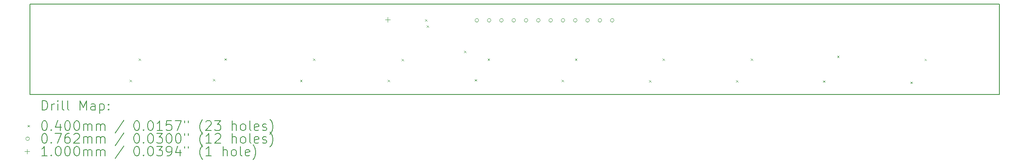
<source format=gbr>
%TF.GenerationSoftware,KiCad,Pcbnew,7.0.10*%
%TF.CreationDate,2024-03-07T18:10:20-07:00*%
%TF.ProjectId,Hall_effect_sensors,48616c6c-5f65-4666-9665-63745f73656e,rev?*%
%TF.SameCoordinates,Original*%
%TF.FileFunction,Drillmap*%
%TF.FilePolarity,Positive*%
%FSLAX45Y45*%
G04 Gerber Fmt 4.5, Leading zero omitted, Abs format (unit mm)*
G04 Created by KiCad (PCBNEW 7.0.10) date 2024-03-07 18:10:20*
%MOMM*%
%LPD*%
G01*
G04 APERTURE LIST*
%ADD10C,0.200000*%
%ADD11C,0.100000*%
G04 APERTURE END LIST*
D10*
X3980000Y-7560000D02*
X23982540Y-7560000D01*
X23982540Y-9431000D01*
X3980000Y-9431000D01*
X3980000Y-7560000D01*
D11*
X6038000Y-9126000D02*
X6078000Y-9166000D01*
X6078000Y-9126000D02*
X6038000Y-9166000D01*
X6227000Y-8684000D02*
X6267000Y-8724000D01*
X6267000Y-8684000D02*
X6227000Y-8724000D01*
X7757000Y-9110000D02*
X7797000Y-9150000D01*
X7797000Y-9110000D02*
X7757000Y-9150000D01*
X7992347Y-8679035D02*
X8032347Y-8719035D01*
X8032347Y-8679035D02*
X7992347Y-8719035D01*
X9557000Y-9123000D02*
X9597000Y-9163000D01*
X9597000Y-9123000D02*
X9557000Y-9163000D01*
X9825000Y-8684000D02*
X9865000Y-8724000D01*
X9865000Y-8684000D02*
X9825000Y-8724000D01*
X11361000Y-9126000D02*
X11401000Y-9166000D01*
X11401000Y-9126000D02*
X11361000Y-9166000D01*
X11652000Y-8691000D02*
X11692000Y-8731000D01*
X11692000Y-8691000D02*
X11652000Y-8731000D01*
X12133000Y-7872000D02*
X12173000Y-7912000D01*
X12173000Y-7872000D02*
X12133000Y-7912000D01*
X12171000Y-7997000D02*
X12211000Y-8037000D01*
X12211000Y-7997000D02*
X12171000Y-8037000D01*
X12938000Y-8526000D02*
X12978000Y-8566000D01*
X12978000Y-8526000D02*
X12938000Y-8566000D01*
X13157000Y-9111000D02*
X13197000Y-9151000D01*
X13197000Y-9111000D02*
X13157000Y-9151000D01*
X13426000Y-8682000D02*
X13466000Y-8722000D01*
X13466000Y-8682000D02*
X13426000Y-8722000D01*
X14956000Y-9125000D02*
X14996000Y-9165000D01*
X14996000Y-9125000D02*
X14956000Y-9165000D01*
X15230000Y-8686000D02*
X15270000Y-8726000D01*
X15270000Y-8686000D02*
X15230000Y-8726000D01*
X16756000Y-9131000D02*
X16796000Y-9171000D01*
X16796000Y-9131000D02*
X16756000Y-9171000D01*
X17036000Y-8686000D02*
X17076000Y-8726000D01*
X17076000Y-8686000D02*
X17036000Y-8726000D01*
X18554000Y-9133000D02*
X18594000Y-9173000D01*
X18594000Y-9133000D02*
X18554000Y-9173000D01*
X18858000Y-8682000D02*
X18898000Y-8722000D01*
X18898000Y-8682000D02*
X18858000Y-8722000D01*
X20348000Y-9137000D02*
X20388000Y-9177000D01*
X20388000Y-9137000D02*
X20348000Y-9177000D01*
X20638000Y-8626000D02*
X20678000Y-8666000D01*
X20678000Y-8626000D02*
X20638000Y-8666000D01*
X22152000Y-9162000D02*
X22192000Y-9202000D01*
X22192000Y-9162000D02*
X22152000Y-9202000D01*
X22443000Y-8688000D02*
X22483000Y-8728000D01*
X22483000Y-8688000D02*
X22443000Y-8728000D01*
X13240100Y-7893000D02*
G75*
G03*
X13163900Y-7893000I-38100J0D01*
G01*
X13163900Y-7893000D02*
G75*
G03*
X13240100Y-7893000I38100J0D01*
G01*
X13494100Y-7893000D02*
G75*
G03*
X13417900Y-7893000I-38100J0D01*
G01*
X13417900Y-7893000D02*
G75*
G03*
X13494100Y-7893000I38100J0D01*
G01*
X13748100Y-7893000D02*
G75*
G03*
X13671900Y-7893000I-38100J0D01*
G01*
X13671900Y-7893000D02*
G75*
G03*
X13748100Y-7893000I38100J0D01*
G01*
X14002100Y-7893000D02*
G75*
G03*
X13925900Y-7893000I-38100J0D01*
G01*
X13925900Y-7893000D02*
G75*
G03*
X14002100Y-7893000I38100J0D01*
G01*
X14256100Y-7893000D02*
G75*
G03*
X14179900Y-7893000I-38100J0D01*
G01*
X14179900Y-7893000D02*
G75*
G03*
X14256100Y-7893000I38100J0D01*
G01*
X14510100Y-7893000D02*
G75*
G03*
X14433900Y-7893000I-38100J0D01*
G01*
X14433900Y-7893000D02*
G75*
G03*
X14510100Y-7893000I38100J0D01*
G01*
X14764100Y-7893000D02*
G75*
G03*
X14687900Y-7893000I-38100J0D01*
G01*
X14687900Y-7893000D02*
G75*
G03*
X14764100Y-7893000I38100J0D01*
G01*
X15018100Y-7893000D02*
G75*
G03*
X14941900Y-7893000I-38100J0D01*
G01*
X14941900Y-7893000D02*
G75*
G03*
X15018100Y-7893000I38100J0D01*
G01*
X15272100Y-7893000D02*
G75*
G03*
X15195900Y-7893000I-38100J0D01*
G01*
X15195900Y-7893000D02*
G75*
G03*
X15272100Y-7893000I38100J0D01*
G01*
X15526100Y-7893000D02*
G75*
G03*
X15449900Y-7893000I-38100J0D01*
G01*
X15449900Y-7893000D02*
G75*
G03*
X15526100Y-7893000I38100J0D01*
G01*
X15780100Y-7893000D02*
G75*
G03*
X15703900Y-7893000I-38100J0D01*
G01*
X15703900Y-7893000D02*
G75*
G03*
X15780100Y-7893000I38100J0D01*
G01*
X16034100Y-7893000D02*
G75*
G03*
X15957900Y-7893000I-38100J0D01*
G01*
X15957900Y-7893000D02*
G75*
G03*
X16034100Y-7893000I38100J0D01*
G01*
X11366000Y-7827000D02*
X11366000Y-7927000D01*
X11316000Y-7877000D02*
X11416000Y-7877000D01*
D10*
X4230777Y-9752484D02*
X4230777Y-9552484D01*
X4230777Y-9552484D02*
X4278396Y-9552484D01*
X4278396Y-9552484D02*
X4306967Y-9562008D01*
X4306967Y-9562008D02*
X4326015Y-9581055D01*
X4326015Y-9581055D02*
X4335539Y-9600103D01*
X4335539Y-9600103D02*
X4345063Y-9638198D01*
X4345063Y-9638198D02*
X4345063Y-9666770D01*
X4345063Y-9666770D02*
X4335539Y-9704865D01*
X4335539Y-9704865D02*
X4326015Y-9723912D01*
X4326015Y-9723912D02*
X4306967Y-9742960D01*
X4306967Y-9742960D02*
X4278396Y-9752484D01*
X4278396Y-9752484D02*
X4230777Y-9752484D01*
X4430777Y-9752484D02*
X4430777Y-9619150D01*
X4430777Y-9657246D02*
X4440301Y-9638198D01*
X4440301Y-9638198D02*
X4449824Y-9628674D01*
X4449824Y-9628674D02*
X4468872Y-9619150D01*
X4468872Y-9619150D02*
X4487920Y-9619150D01*
X4554586Y-9752484D02*
X4554586Y-9619150D01*
X4554586Y-9552484D02*
X4545063Y-9562008D01*
X4545063Y-9562008D02*
X4554586Y-9571531D01*
X4554586Y-9571531D02*
X4564110Y-9562008D01*
X4564110Y-9562008D02*
X4554586Y-9552484D01*
X4554586Y-9552484D02*
X4554586Y-9571531D01*
X4678396Y-9752484D02*
X4659348Y-9742960D01*
X4659348Y-9742960D02*
X4649824Y-9723912D01*
X4649824Y-9723912D02*
X4649824Y-9552484D01*
X4783158Y-9752484D02*
X4764110Y-9742960D01*
X4764110Y-9742960D02*
X4754586Y-9723912D01*
X4754586Y-9723912D02*
X4754586Y-9552484D01*
X5011729Y-9752484D02*
X5011729Y-9552484D01*
X5011729Y-9552484D02*
X5078396Y-9695341D01*
X5078396Y-9695341D02*
X5145063Y-9552484D01*
X5145063Y-9552484D02*
X5145063Y-9752484D01*
X5326015Y-9752484D02*
X5326015Y-9647722D01*
X5326015Y-9647722D02*
X5316491Y-9628674D01*
X5316491Y-9628674D02*
X5297444Y-9619150D01*
X5297444Y-9619150D02*
X5259348Y-9619150D01*
X5259348Y-9619150D02*
X5240301Y-9628674D01*
X5326015Y-9742960D02*
X5306967Y-9752484D01*
X5306967Y-9752484D02*
X5259348Y-9752484D01*
X5259348Y-9752484D02*
X5240301Y-9742960D01*
X5240301Y-9742960D02*
X5230777Y-9723912D01*
X5230777Y-9723912D02*
X5230777Y-9704865D01*
X5230777Y-9704865D02*
X5240301Y-9685817D01*
X5240301Y-9685817D02*
X5259348Y-9676293D01*
X5259348Y-9676293D02*
X5306967Y-9676293D01*
X5306967Y-9676293D02*
X5326015Y-9666770D01*
X5421253Y-9619150D02*
X5421253Y-9819150D01*
X5421253Y-9628674D02*
X5440301Y-9619150D01*
X5440301Y-9619150D02*
X5478396Y-9619150D01*
X5478396Y-9619150D02*
X5497444Y-9628674D01*
X5497444Y-9628674D02*
X5506967Y-9638198D01*
X5506967Y-9638198D02*
X5516491Y-9657246D01*
X5516491Y-9657246D02*
X5516491Y-9714389D01*
X5516491Y-9714389D02*
X5506967Y-9733436D01*
X5506967Y-9733436D02*
X5497444Y-9742960D01*
X5497444Y-9742960D02*
X5478396Y-9752484D01*
X5478396Y-9752484D02*
X5440301Y-9752484D01*
X5440301Y-9752484D02*
X5421253Y-9742960D01*
X5602205Y-9733436D02*
X5611729Y-9742960D01*
X5611729Y-9742960D02*
X5602205Y-9752484D01*
X5602205Y-9752484D02*
X5592682Y-9742960D01*
X5592682Y-9742960D02*
X5602205Y-9733436D01*
X5602205Y-9733436D02*
X5602205Y-9752484D01*
X5602205Y-9628674D02*
X5611729Y-9638198D01*
X5611729Y-9638198D02*
X5602205Y-9647722D01*
X5602205Y-9647722D02*
X5592682Y-9638198D01*
X5592682Y-9638198D02*
X5602205Y-9628674D01*
X5602205Y-9628674D02*
X5602205Y-9647722D01*
D11*
X3930000Y-10061000D02*
X3970000Y-10101000D01*
X3970000Y-10061000D02*
X3930000Y-10101000D01*
D10*
X4268872Y-9972484D02*
X4287920Y-9972484D01*
X4287920Y-9972484D02*
X4306967Y-9982008D01*
X4306967Y-9982008D02*
X4316491Y-9991531D01*
X4316491Y-9991531D02*
X4326015Y-10010579D01*
X4326015Y-10010579D02*
X4335539Y-10048674D01*
X4335539Y-10048674D02*
X4335539Y-10096293D01*
X4335539Y-10096293D02*
X4326015Y-10134389D01*
X4326015Y-10134389D02*
X4316491Y-10153436D01*
X4316491Y-10153436D02*
X4306967Y-10162960D01*
X4306967Y-10162960D02*
X4287920Y-10172484D01*
X4287920Y-10172484D02*
X4268872Y-10172484D01*
X4268872Y-10172484D02*
X4249824Y-10162960D01*
X4249824Y-10162960D02*
X4240301Y-10153436D01*
X4240301Y-10153436D02*
X4230777Y-10134389D01*
X4230777Y-10134389D02*
X4221253Y-10096293D01*
X4221253Y-10096293D02*
X4221253Y-10048674D01*
X4221253Y-10048674D02*
X4230777Y-10010579D01*
X4230777Y-10010579D02*
X4240301Y-9991531D01*
X4240301Y-9991531D02*
X4249824Y-9982008D01*
X4249824Y-9982008D02*
X4268872Y-9972484D01*
X4421253Y-10153436D02*
X4430777Y-10162960D01*
X4430777Y-10162960D02*
X4421253Y-10172484D01*
X4421253Y-10172484D02*
X4411729Y-10162960D01*
X4411729Y-10162960D02*
X4421253Y-10153436D01*
X4421253Y-10153436D02*
X4421253Y-10172484D01*
X4602205Y-10039150D02*
X4602205Y-10172484D01*
X4554586Y-9962960D02*
X4506967Y-10105817D01*
X4506967Y-10105817D02*
X4630777Y-10105817D01*
X4745063Y-9972484D02*
X4764110Y-9972484D01*
X4764110Y-9972484D02*
X4783158Y-9982008D01*
X4783158Y-9982008D02*
X4792682Y-9991531D01*
X4792682Y-9991531D02*
X4802205Y-10010579D01*
X4802205Y-10010579D02*
X4811729Y-10048674D01*
X4811729Y-10048674D02*
X4811729Y-10096293D01*
X4811729Y-10096293D02*
X4802205Y-10134389D01*
X4802205Y-10134389D02*
X4792682Y-10153436D01*
X4792682Y-10153436D02*
X4783158Y-10162960D01*
X4783158Y-10162960D02*
X4764110Y-10172484D01*
X4764110Y-10172484D02*
X4745063Y-10172484D01*
X4745063Y-10172484D02*
X4726015Y-10162960D01*
X4726015Y-10162960D02*
X4716491Y-10153436D01*
X4716491Y-10153436D02*
X4706967Y-10134389D01*
X4706967Y-10134389D02*
X4697444Y-10096293D01*
X4697444Y-10096293D02*
X4697444Y-10048674D01*
X4697444Y-10048674D02*
X4706967Y-10010579D01*
X4706967Y-10010579D02*
X4716491Y-9991531D01*
X4716491Y-9991531D02*
X4726015Y-9982008D01*
X4726015Y-9982008D02*
X4745063Y-9972484D01*
X4935539Y-9972484D02*
X4954586Y-9972484D01*
X4954586Y-9972484D02*
X4973634Y-9982008D01*
X4973634Y-9982008D02*
X4983158Y-9991531D01*
X4983158Y-9991531D02*
X4992682Y-10010579D01*
X4992682Y-10010579D02*
X5002205Y-10048674D01*
X5002205Y-10048674D02*
X5002205Y-10096293D01*
X5002205Y-10096293D02*
X4992682Y-10134389D01*
X4992682Y-10134389D02*
X4983158Y-10153436D01*
X4983158Y-10153436D02*
X4973634Y-10162960D01*
X4973634Y-10162960D02*
X4954586Y-10172484D01*
X4954586Y-10172484D02*
X4935539Y-10172484D01*
X4935539Y-10172484D02*
X4916491Y-10162960D01*
X4916491Y-10162960D02*
X4906967Y-10153436D01*
X4906967Y-10153436D02*
X4897444Y-10134389D01*
X4897444Y-10134389D02*
X4887920Y-10096293D01*
X4887920Y-10096293D02*
X4887920Y-10048674D01*
X4887920Y-10048674D02*
X4897444Y-10010579D01*
X4897444Y-10010579D02*
X4906967Y-9991531D01*
X4906967Y-9991531D02*
X4916491Y-9982008D01*
X4916491Y-9982008D02*
X4935539Y-9972484D01*
X5087920Y-10172484D02*
X5087920Y-10039150D01*
X5087920Y-10058198D02*
X5097444Y-10048674D01*
X5097444Y-10048674D02*
X5116491Y-10039150D01*
X5116491Y-10039150D02*
X5145063Y-10039150D01*
X5145063Y-10039150D02*
X5164110Y-10048674D01*
X5164110Y-10048674D02*
X5173634Y-10067722D01*
X5173634Y-10067722D02*
X5173634Y-10172484D01*
X5173634Y-10067722D02*
X5183158Y-10048674D01*
X5183158Y-10048674D02*
X5202205Y-10039150D01*
X5202205Y-10039150D02*
X5230777Y-10039150D01*
X5230777Y-10039150D02*
X5249825Y-10048674D01*
X5249825Y-10048674D02*
X5259348Y-10067722D01*
X5259348Y-10067722D02*
X5259348Y-10172484D01*
X5354586Y-10172484D02*
X5354586Y-10039150D01*
X5354586Y-10058198D02*
X5364110Y-10048674D01*
X5364110Y-10048674D02*
X5383158Y-10039150D01*
X5383158Y-10039150D02*
X5411729Y-10039150D01*
X5411729Y-10039150D02*
X5430777Y-10048674D01*
X5430777Y-10048674D02*
X5440301Y-10067722D01*
X5440301Y-10067722D02*
X5440301Y-10172484D01*
X5440301Y-10067722D02*
X5449825Y-10048674D01*
X5449825Y-10048674D02*
X5468872Y-10039150D01*
X5468872Y-10039150D02*
X5497444Y-10039150D01*
X5497444Y-10039150D02*
X5516491Y-10048674D01*
X5516491Y-10048674D02*
X5526015Y-10067722D01*
X5526015Y-10067722D02*
X5526015Y-10172484D01*
X5916491Y-9962960D02*
X5745063Y-10220103D01*
X6173634Y-9972484D02*
X6192682Y-9972484D01*
X6192682Y-9972484D02*
X6211729Y-9982008D01*
X6211729Y-9982008D02*
X6221253Y-9991531D01*
X6221253Y-9991531D02*
X6230777Y-10010579D01*
X6230777Y-10010579D02*
X6240301Y-10048674D01*
X6240301Y-10048674D02*
X6240301Y-10096293D01*
X6240301Y-10096293D02*
X6230777Y-10134389D01*
X6230777Y-10134389D02*
X6221253Y-10153436D01*
X6221253Y-10153436D02*
X6211729Y-10162960D01*
X6211729Y-10162960D02*
X6192682Y-10172484D01*
X6192682Y-10172484D02*
X6173634Y-10172484D01*
X6173634Y-10172484D02*
X6154586Y-10162960D01*
X6154586Y-10162960D02*
X6145063Y-10153436D01*
X6145063Y-10153436D02*
X6135539Y-10134389D01*
X6135539Y-10134389D02*
X6126015Y-10096293D01*
X6126015Y-10096293D02*
X6126015Y-10048674D01*
X6126015Y-10048674D02*
X6135539Y-10010579D01*
X6135539Y-10010579D02*
X6145063Y-9991531D01*
X6145063Y-9991531D02*
X6154586Y-9982008D01*
X6154586Y-9982008D02*
X6173634Y-9972484D01*
X6326015Y-10153436D02*
X6335539Y-10162960D01*
X6335539Y-10162960D02*
X6326015Y-10172484D01*
X6326015Y-10172484D02*
X6316491Y-10162960D01*
X6316491Y-10162960D02*
X6326015Y-10153436D01*
X6326015Y-10153436D02*
X6326015Y-10172484D01*
X6459348Y-9972484D02*
X6478396Y-9972484D01*
X6478396Y-9972484D02*
X6497444Y-9982008D01*
X6497444Y-9982008D02*
X6506967Y-9991531D01*
X6506967Y-9991531D02*
X6516491Y-10010579D01*
X6516491Y-10010579D02*
X6526015Y-10048674D01*
X6526015Y-10048674D02*
X6526015Y-10096293D01*
X6526015Y-10096293D02*
X6516491Y-10134389D01*
X6516491Y-10134389D02*
X6506967Y-10153436D01*
X6506967Y-10153436D02*
X6497444Y-10162960D01*
X6497444Y-10162960D02*
X6478396Y-10172484D01*
X6478396Y-10172484D02*
X6459348Y-10172484D01*
X6459348Y-10172484D02*
X6440301Y-10162960D01*
X6440301Y-10162960D02*
X6430777Y-10153436D01*
X6430777Y-10153436D02*
X6421253Y-10134389D01*
X6421253Y-10134389D02*
X6411729Y-10096293D01*
X6411729Y-10096293D02*
X6411729Y-10048674D01*
X6411729Y-10048674D02*
X6421253Y-10010579D01*
X6421253Y-10010579D02*
X6430777Y-9991531D01*
X6430777Y-9991531D02*
X6440301Y-9982008D01*
X6440301Y-9982008D02*
X6459348Y-9972484D01*
X6716491Y-10172484D02*
X6602206Y-10172484D01*
X6659348Y-10172484D02*
X6659348Y-9972484D01*
X6659348Y-9972484D02*
X6640301Y-10001055D01*
X6640301Y-10001055D02*
X6621253Y-10020103D01*
X6621253Y-10020103D02*
X6602206Y-10029627D01*
X6897444Y-9972484D02*
X6802206Y-9972484D01*
X6802206Y-9972484D02*
X6792682Y-10067722D01*
X6792682Y-10067722D02*
X6802206Y-10058198D01*
X6802206Y-10058198D02*
X6821253Y-10048674D01*
X6821253Y-10048674D02*
X6868872Y-10048674D01*
X6868872Y-10048674D02*
X6887920Y-10058198D01*
X6887920Y-10058198D02*
X6897444Y-10067722D01*
X6897444Y-10067722D02*
X6906967Y-10086770D01*
X6906967Y-10086770D02*
X6906967Y-10134389D01*
X6906967Y-10134389D02*
X6897444Y-10153436D01*
X6897444Y-10153436D02*
X6887920Y-10162960D01*
X6887920Y-10162960D02*
X6868872Y-10172484D01*
X6868872Y-10172484D02*
X6821253Y-10172484D01*
X6821253Y-10172484D02*
X6802206Y-10162960D01*
X6802206Y-10162960D02*
X6792682Y-10153436D01*
X6973634Y-9972484D02*
X7106967Y-9972484D01*
X7106967Y-9972484D02*
X7021253Y-10172484D01*
X7173634Y-9972484D02*
X7173634Y-10010579D01*
X7249825Y-9972484D02*
X7249825Y-10010579D01*
X7545063Y-10248674D02*
X7535539Y-10239150D01*
X7535539Y-10239150D02*
X7516491Y-10210579D01*
X7516491Y-10210579D02*
X7506968Y-10191531D01*
X7506968Y-10191531D02*
X7497444Y-10162960D01*
X7497444Y-10162960D02*
X7487920Y-10115341D01*
X7487920Y-10115341D02*
X7487920Y-10077246D01*
X7487920Y-10077246D02*
X7497444Y-10029627D01*
X7497444Y-10029627D02*
X7506968Y-10001055D01*
X7506968Y-10001055D02*
X7516491Y-9982008D01*
X7516491Y-9982008D02*
X7535539Y-9953436D01*
X7535539Y-9953436D02*
X7545063Y-9943912D01*
X7611729Y-9991531D02*
X7621253Y-9982008D01*
X7621253Y-9982008D02*
X7640301Y-9972484D01*
X7640301Y-9972484D02*
X7687920Y-9972484D01*
X7687920Y-9972484D02*
X7706968Y-9982008D01*
X7706968Y-9982008D02*
X7716491Y-9991531D01*
X7716491Y-9991531D02*
X7726015Y-10010579D01*
X7726015Y-10010579D02*
X7726015Y-10029627D01*
X7726015Y-10029627D02*
X7716491Y-10058198D01*
X7716491Y-10058198D02*
X7602206Y-10172484D01*
X7602206Y-10172484D02*
X7726015Y-10172484D01*
X7792682Y-9972484D02*
X7916491Y-9972484D01*
X7916491Y-9972484D02*
X7849825Y-10048674D01*
X7849825Y-10048674D02*
X7878396Y-10048674D01*
X7878396Y-10048674D02*
X7897444Y-10058198D01*
X7897444Y-10058198D02*
X7906968Y-10067722D01*
X7906968Y-10067722D02*
X7916491Y-10086770D01*
X7916491Y-10086770D02*
X7916491Y-10134389D01*
X7916491Y-10134389D02*
X7906968Y-10153436D01*
X7906968Y-10153436D02*
X7897444Y-10162960D01*
X7897444Y-10162960D02*
X7878396Y-10172484D01*
X7878396Y-10172484D02*
X7821253Y-10172484D01*
X7821253Y-10172484D02*
X7802206Y-10162960D01*
X7802206Y-10162960D02*
X7792682Y-10153436D01*
X8154587Y-10172484D02*
X8154587Y-9972484D01*
X8240301Y-10172484D02*
X8240301Y-10067722D01*
X8240301Y-10067722D02*
X8230777Y-10048674D01*
X8230777Y-10048674D02*
X8211730Y-10039150D01*
X8211730Y-10039150D02*
X8183158Y-10039150D01*
X8183158Y-10039150D02*
X8164110Y-10048674D01*
X8164110Y-10048674D02*
X8154587Y-10058198D01*
X8364110Y-10172484D02*
X8345063Y-10162960D01*
X8345063Y-10162960D02*
X8335539Y-10153436D01*
X8335539Y-10153436D02*
X8326015Y-10134389D01*
X8326015Y-10134389D02*
X8326015Y-10077246D01*
X8326015Y-10077246D02*
X8335539Y-10058198D01*
X8335539Y-10058198D02*
X8345063Y-10048674D01*
X8345063Y-10048674D02*
X8364110Y-10039150D01*
X8364110Y-10039150D02*
X8392682Y-10039150D01*
X8392682Y-10039150D02*
X8411730Y-10048674D01*
X8411730Y-10048674D02*
X8421253Y-10058198D01*
X8421253Y-10058198D02*
X8430777Y-10077246D01*
X8430777Y-10077246D02*
X8430777Y-10134389D01*
X8430777Y-10134389D02*
X8421253Y-10153436D01*
X8421253Y-10153436D02*
X8411730Y-10162960D01*
X8411730Y-10162960D02*
X8392682Y-10172484D01*
X8392682Y-10172484D02*
X8364110Y-10172484D01*
X8545063Y-10172484D02*
X8526015Y-10162960D01*
X8526015Y-10162960D02*
X8516492Y-10143912D01*
X8516492Y-10143912D02*
X8516492Y-9972484D01*
X8697444Y-10162960D02*
X8678396Y-10172484D01*
X8678396Y-10172484D02*
X8640301Y-10172484D01*
X8640301Y-10172484D02*
X8621253Y-10162960D01*
X8621253Y-10162960D02*
X8611730Y-10143912D01*
X8611730Y-10143912D02*
X8611730Y-10067722D01*
X8611730Y-10067722D02*
X8621253Y-10048674D01*
X8621253Y-10048674D02*
X8640301Y-10039150D01*
X8640301Y-10039150D02*
X8678396Y-10039150D01*
X8678396Y-10039150D02*
X8697444Y-10048674D01*
X8697444Y-10048674D02*
X8706968Y-10067722D01*
X8706968Y-10067722D02*
X8706968Y-10086770D01*
X8706968Y-10086770D02*
X8611730Y-10105817D01*
X8783158Y-10162960D02*
X8802206Y-10172484D01*
X8802206Y-10172484D02*
X8840301Y-10172484D01*
X8840301Y-10172484D02*
X8859349Y-10162960D01*
X8859349Y-10162960D02*
X8868873Y-10143912D01*
X8868873Y-10143912D02*
X8868873Y-10134389D01*
X8868873Y-10134389D02*
X8859349Y-10115341D01*
X8859349Y-10115341D02*
X8840301Y-10105817D01*
X8840301Y-10105817D02*
X8811730Y-10105817D01*
X8811730Y-10105817D02*
X8792682Y-10096293D01*
X8792682Y-10096293D02*
X8783158Y-10077246D01*
X8783158Y-10077246D02*
X8783158Y-10067722D01*
X8783158Y-10067722D02*
X8792682Y-10048674D01*
X8792682Y-10048674D02*
X8811730Y-10039150D01*
X8811730Y-10039150D02*
X8840301Y-10039150D01*
X8840301Y-10039150D02*
X8859349Y-10048674D01*
X8935539Y-10248674D02*
X8945063Y-10239150D01*
X8945063Y-10239150D02*
X8964111Y-10210579D01*
X8964111Y-10210579D02*
X8973634Y-10191531D01*
X8973634Y-10191531D02*
X8983158Y-10162960D01*
X8983158Y-10162960D02*
X8992682Y-10115341D01*
X8992682Y-10115341D02*
X8992682Y-10077246D01*
X8992682Y-10077246D02*
X8983158Y-10029627D01*
X8983158Y-10029627D02*
X8973634Y-10001055D01*
X8973634Y-10001055D02*
X8964111Y-9982008D01*
X8964111Y-9982008D02*
X8945063Y-9953436D01*
X8945063Y-9953436D02*
X8935539Y-9943912D01*
D11*
X3970000Y-10345000D02*
G75*
G03*
X3893800Y-10345000I-38100J0D01*
G01*
X3893800Y-10345000D02*
G75*
G03*
X3970000Y-10345000I38100J0D01*
G01*
D10*
X4268872Y-10236484D02*
X4287920Y-10236484D01*
X4287920Y-10236484D02*
X4306967Y-10246008D01*
X4306967Y-10246008D02*
X4316491Y-10255531D01*
X4316491Y-10255531D02*
X4326015Y-10274579D01*
X4326015Y-10274579D02*
X4335539Y-10312674D01*
X4335539Y-10312674D02*
X4335539Y-10360293D01*
X4335539Y-10360293D02*
X4326015Y-10398389D01*
X4326015Y-10398389D02*
X4316491Y-10417436D01*
X4316491Y-10417436D02*
X4306967Y-10426960D01*
X4306967Y-10426960D02*
X4287920Y-10436484D01*
X4287920Y-10436484D02*
X4268872Y-10436484D01*
X4268872Y-10436484D02*
X4249824Y-10426960D01*
X4249824Y-10426960D02*
X4240301Y-10417436D01*
X4240301Y-10417436D02*
X4230777Y-10398389D01*
X4230777Y-10398389D02*
X4221253Y-10360293D01*
X4221253Y-10360293D02*
X4221253Y-10312674D01*
X4221253Y-10312674D02*
X4230777Y-10274579D01*
X4230777Y-10274579D02*
X4240301Y-10255531D01*
X4240301Y-10255531D02*
X4249824Y-10246008D01*
X4249824Y-10246008D02*
X4268872Y-10236484D01*
X4421253Y-10417436D02*
X4430777Y-10426960D01*
X4430777Y-10426960D02*
X4421253Y-10436484D01*
X4421253Y-10436484D02*
X4411729Y-10426960D01*
X4411729Y-10426960D02*
X4421253Y-10417436D01*
X4421253Y-10417436D02*
X4421253Y-10436484D01*
X4497444Y-10236484D02*
X4630777Y-10236484D01*
X4630777Y-10236484D02*
X4545063Y-10436484D01*
X4792682Y-10236484D02*
X4754586Y-10236484D01*
X4754586Y-10236484D02*
X4735539Y-10246008D01*
X4735539Y-10246008D02*
X4726015Y-10255531D01*
X4726015Y-10255531D02*
X4706967Y-10284103D01*
X4706967Y-10284103D02*
X4697444Y-10322198D01*
X4697444Y-10322198D02*
X4697444Y-10398389D01*
X4697444Y-10398389D02*
X4706967Y-10417436D01*
X4706967Y-10417436D02*
X4716491Y-10426960D01*
X4716491Y-10426960D02*
X4735539Y-10436484D01*
X4735539Y-10436484D02*
X4773634Y-10436484D01*
X4773634Y-10436484D02*
X4792682Y-10426960D01*
X4792682Y-10426960D02*
X4802205Y-10417436D01*
X4802205Y-10417436D02*
X4811729Y-10398389D01*
X4811729Y-10398389D02*
X4811729Y-10350770D01*
X4811729Y-10350770D02*
X4802205Y-10331722D01*
X4802205Y-10331722D02*
X4792682Y-10322198D01*
X4792682Y-10322198D02*
X4773634Y-10312674D01*
X4773634Y-10312674D02*
X4735539Y-10312674D01*
X4735539Y-10312674D02*
X4716491Y-10322198D01*
X4716491Y-10322198D02*
X4706967Y-10331722D01*
X4706967Y-10331722D02*
X4697444Y-10350770D01*
X4887920Y-10255531D02*
X4897444Y-10246008D01*
X4897444Y-10246008D02*
X4916491Y-10236484D01*
X4916491Y-10236484D02*
X4964110Y-10236484D01*
X4964110Y-10236484D02*
X4983158Y-10246008D01*
X4983158Y-10246008D02*
X4992682Y-10255531D01*
X4992682Y-10255531D02*
X5002205Y-10274579D01*
X5002205Y-10274579D02*
X5002205Y-10293627D01*
X5002205Y-10293627D02*
X4992682Y-10322198D01*
X4992682Y-10322198D02*
X4878396Y-10436484D01*
X4878396Y-10436484D02*
X5002205Y-10436484D01*
X5087920Y-10436484D02*
X5087920Y-10303150D01*
X5087920Y-10322198D02*
X5097444Y-10312674D01*
X5097444Y-10312674D02*
X5116491Y-10303150D01*
X5116491Y-10303150D02*
X5145063Y-10303150D01*
X5145063Y-10303150D02*
X5164110Y-10312674D01*
X5164110Y-10312674D02*
X5173634Y-10331722D01*
X5173634Y-10331722D02*
X5173634Y-10436484D01*
X5173634Y-10331722D02*
X5183158Y-10312674D01*
X5183158Y-10312674D02*
X5202205Y-10303150D01*
X5202205Y-10303150D02*
X5230777Y-10303150D01*
X5230777Y-10303150D02*
X5249825Y-10312674D01*
X5249825Y-10312674D02*
X5259348Y-10331722D01*
X5259348Y-10331722D02*
X5259348Y-10436484D01*
X5354586Y-10436484D02*
X5354586Y-10303150D01*
X5354586Y-10322198D02*
X5364110Y-10312674D01*
X5364110Y-10312674D02*
X5383158Y-10303150D01*
X5383158Y-10303150D02*
X5411729Y-10303150D01*
X5411729Y-10303150D02*
X5430777Y-10312674D01*
X5430777Y-10312674D02*
X5440301Y-10331722D01*
X5440301Y-10331722D02*
X5440301Y-10436484D01*
X5440301Y-10331722D02*
X5449825Y-10312674D01*
X5449825Y-10312674D02*
X5468872Y-10303150D01*
X5468872Y-10303150D02*
X5497444Y-10303150D01*
X5497444Y-10303150D02*
X5516491Y-10312674D01*
X5516491Y-10312674D02*
X5526015Y-10331722D01*
X5526015Y-10331722D02*
X5526015Y-10436484D01*
X5916491Y-10226960D02*
X5745063Y-10484103D01*
X6173634Y-10236484D02*
X6192682Y-10236484D01*
X6192682Y-10236484D02*
X6211729Y-10246008D01*
X6211729Y-10246008D02*
X6221253Y-10255531D01*
X6221253Y-10255531D02*
X6230777Y-10274579D01*
X6230777Y-10274579D02*
X6240301Y-10312674D01*
X6240301Y-10312674D02*
X6240301Y-10360293D01*
X6240301Y-10360293D02*
X6230777Y-10398389D01*
X6230777Y-10398389D02*
X6221253Y-10417436D01*
X6221253Y-10417436D02*
X6211729Y-10426960D01*
X6211729Y-10426960D02*
X6192682Y-10436484D01*
X6192682Y-10436484D02*
X6173634Y-10436484D01*
X6173634Y-10436484D02*
X6154586Y-10426960D01*
X6154586Y-10426960D02*
X6145063Y-10417436D01*
X6145063Y-10417436D02*
X6135539Y-10398389D01*
X6135539Y-10398389D02*
X6126015Y-10360293D01*
X6126015Y-10360293D02*
X6126015Y-10312674D01*
X6126015Y-10312674D02*
X6135539Y-10274579D01*
X6135539Y-10274579D02*
X6145063Y-10255531D01*
X6145063Y-10255531D02*
X6154586Y-10246008D01*
X6154586Y-10246008D02*
X6173634Y-10236484D01*
X6326015Y-10417436D02*
X6335539Y-10426960D01*
X6335539Y-10426960D02*
X6326015Y-10436484D01*
X6326015Y-10436484D02*
X6316491Y-10426960D01*
X6316491Y-10426960D02*
X6326015Y-10417436D01*
X6326015Y-10417436D02*
X6326015Y-10436484D01*
X6459348Y-10236484D02*
X6478396Y-10236484D01*
X6478396Y-10236484D02*
X6497444Y-10246008D01*
X6497444Y-10246008D02*
X6506967Y-10255531D01*
X6506967Y-10255531D02*
X6516491Y-10274579D01*
X6516491Y-10274579D02*
X6526015Y-10312674D01*
X6526015Y-10312674D02*
X6526015Y-10360293D01*
X6526015Y-10360293D02*
X6516491Y-10398389D01*
X6516491Y-10398389D02*
X6506967Y-10417436D01*
X6506967Y-10417436D02*
X6497444Y-10426960D01*
X6497444Y-10426960D02*
X6478396Y-10436484D01*
X6478396Y-10436484D02*
X6459348Y-10436484D01*
X6459348Y-10436484D02*
X6440301Y-10426960D01*
X6440301Y-10426960D02*
X6430777Y-10417436D01*
X6430777Y-10417436D02*
X6421253Y-10398389D01*
X6421253Y-10398389D02*
X6411729Y-10360293D01*
X6411729Y-10360293D02*
X6411729Y-10312674D01*
X6411729Y-10312674D02*
X6421253Y-10274579D01*
X6421253Y-10274579D02*
X6430777Y-10255531D01*
X6430777Y-10255531D02*
X6440301Y-10246008D01*
X6440301Y-10246008D02*
X6459348Y-10236484D01*
X6592682Y-10236484D02*
X6716491Y-10236484D01*
X6716491Y-10236484D02*
X6649825Y-10312674D01*
X6649825Y-10312674D02*
X6678396Y-10312674D01*
X6678396Y-10312674D02*
X6697444Y-10322198D01*
X6697444Y-10322198D02*
X6706967Y-10331722D01*
X6706967Y-10331722D02*
X6716491Y-10350770D01*
X6716491Y-10350770D02*
X6716491Y-10398389D01*
X6716491Y-10398389D02*
X6706967Y-10417436D01*
X6706967Y-10417436D02*
X6697444Y-10426960D01*
X6697444Y-10426960D02*
X6678396Y-10436484D01*
X6678396Y-10436484D02*
X6621253Y-10436484D01*
X6621253Y-10436484D02*
X6602206Y-10426960D01*
X6602206Y-10426960D02*
X6592682Y-10417436D01*
X6840301Y-10236484D02*
X6859348Y-10236484D01*
X6859348Y-10236484D02*
X6878396Y-10246008D01*
X6878396Y-10246008D02*
X6887920Y-10255531D01*
X6887920Y-10255531D02*
X6897444Y-10274579D01*
X6897444Y-10274579D02*
X6906967Y-10312674D01*
X6906967Y-10312674D02*
X6906967Y-10360293D01*
X6906967Y-10360293D02*
X6897444Y-10398389D01*
X6897444Y-10398389D02*
X6887920Y-10417436D01*
X6887920Y-10417436D02*
X6878396Y-10426960D01*
X6878396Y-10426960D02*
X6859348Y-10436484D01*
X6859348Y-10436484D02*
X6840301Y-10436484D01*
X6840301Y-10436484D02*
X6821253Y-10426960D01*
X6821253Y-10426960D02*
X6811729Y-10417436D01*
X6811729Y-10417436D02*
X6802206Y-10398389D01*
X6802206Y-10398389D02*
X6792682Y-10360293D01*
X6792682Y-10360293D02*
X6792682Y-10312674D01*
X6792682Y-10312674D02*
X6802206Y-10274579D01*
X6802206Y-10274579D02*
X6811729Y-10255531D01*
X6811729Y-10255531D02*
X6821253Y-10246008D01*
X6821253Y-10246008D02*
X6840301Y-10236484D01*
X7030777Y-10236484D02*
X7049825Y-10236484D01*
X7049825Y-10236484D02*
X7068872Y-10246008D01*
X7068872Y-10246008D02*
X7078396Y-10255531D01*
X7078396Y-10255531D02*
X7087920Y-10274579D01*
X7087920Y-10274579D02*
X7097444Y-10312674D01*
X7097444Y-10312674D02*
X7097444Y-10360293D01*
X7097444Y-10360293D02*
X7087920Y-10398389D01*
X7087920Y-10398389D02*
X7078396Y-10417436D01*
X7078396Y-10417436D02*
X7068872Y-10426960D01*
X7068872Y-10426960D02*
X7049825Y-10436484D01*
X7049825Y-10436484D02*
X7030777Y-10436484D01*
X7030777Y-10436484D02*
X7011729Y-10426960D01*
X7011729Y-10426960D02*
X7002206Y-10417436D01*
X7002206Y-10417436D02*
X6992682Y-10398389D01*
X6992682Y-10398389D02*
X6983158Y-10360293D01*
X6983158Y-10360293D02*
X6983158Y-10312674D01*
X6983158Y-10312674D02*
X6992682Y-10274579D01*
X6992682Y-10274579D02*
X7002206Y-10255531D01*
X7002206Y-10255531D02*
X7011729Y-10246008D01*
X7011729Y-10246008D02*
X7030777Y-10236484D01*
X7173634Y-10236484D02*
X7173634Y-10274579D01*
X7249825Y-10236484D02*
X7249825Y-10274579D01*
X7545063Y-10512674D02*
X7535539Y-10503150D01*
X7535539Y-10503150D02*
X7516491Y-10474579D01*
X7516491Y-10474579D02*
X7506968Y-10455531D01*
X7506968Y-10455531D02*
X7497444Y-10426960D01*
X7497444Y-10426960D02*
X7487920Y-10379341D01*
X7487920Y-10379341D02*
X7487920Y-10341246D01*
X7487920Y-10341246D02*
X7497444Y-10293627D01*
X7497444Y-10293627D02*
X7506968Y-10265055D01*
X7506968Y-10265055D02*
X7516491Y-10246008D01*
X7516491Y-10246008D02*
X7535539Y-10217436D01*
X7535539Y-10217436D02*
X7545063Y-10207912D01*
X7726015Y-10436484D02*
X7611729Y-10436484D01*
X7668872Y-10436484D02*
X7668872Y-10236484D01*
X7668872Y-10236484D02*
X7649825Y-10265055D01*
X7649825Y-10265055D02*
X7630777Y-10284103D01*
X7630777Y-10284103D02*
X7611729Y-10293627D01*
X7802206Y-10255531D02*
X7811729Y-10246008D01*
X7811729Y-10246008D02*
X7830777Y-10236484D01*
X7830777Y-10236484D02*
X7878396Y-10236484D01*
X7878396Y-10236484D02*
X7897444Y-10246008D01*
X7897444Y-10246008D02*
X7906968Y-10255531D01*
X7906968Y-10255531D02*
X7916491Y-10274579D01*
X7916491Y-10274579D02*
X7916491Y-10293627D01*
X7916491Y-10293627D02*
X7906968Y-10322198D01*
X7906968Y-10322198D02*
X7792682Y-10436484D01*
X7792682Y-10436484D02*
X7916491Y-10436484D01*
X8154587Y-10436484D02*
X8154587Y-10236484D01*
X8240301Y-10436484D02*
X8240301Y-10331722D01*
X8240301Y-10331722D02*
X8230777Y-10312674D01*
X8230777Y-10312674D02*
X8211730Y-10303150D01*
X8211730Y-10303150D02*
X8183158Y-10303150D01*
X8183158Y-10303150D02*
X8164110Y-10312674D01*
X8164110Y-10312674D02*
X8154587Y-10322198D01*
X8364110Y-10436484D02*
X8345063Y-10426960D01*
X8345063Y-10426960D02*
X8335539Y-10417436D01*
X8335539Y-10417436D02*
X8326015Y-10398389D01*
X8326015Y-10398389D02*
X8326015Y-10341246D01*
X8326015Y-10341246D02*
X8335539Y-10322198D01*
X8335539Y-10322198D02*
X8345063Y-10312674D01*
X8345063Y-10312674D02*
X8364110Y-10303150D01*
X8364110Y-10303150D02*
X8392682Y-10303150D01*
X8392682Y-10303150D02*
X8411730Y-10312674D01*
X8411730Y-10312674D02*
X8421253Y-10322198D01*
X8421253Y-10322198D02*
X8430777Y-10341246D01*
X8430777Y-10341246D02*
X8430777Y-10398389D01*
X8430777Y-10398389D02*
X8421253Y-10417436D01*
X8421253Y-10417436D02*
X8411730Y-10426960D01*
X8411730Y-10426960D02*
X8392682Y-10436484D01*
X8392682Y-10436484D02*
X8364110Y-10436484D01*
X8545063Y-10436484D02*
X8526015Y-10426960D01*
X8526015Y-10426960D02*
X8516492Y-10407912D01*
X8516492Y-10407912D02*
X8516492Y-10236484D01*
X8697444Y-10426960D02*
X8678396Y-10436484D01*
X8678396Y-10436484D02*
X8640301Y-10436484D01*
X8640301Y-10436484D02*
X8621253Y-10426960D01*
X8621253Y-10426960D02*
X8611730Y-10407912D01*
X8611730Y-10407912D02*
X8611730Y-10331722D01*
X8611730Y-10331722D02*
X8621253Y-10312674D01*
X8621253Y-10312674D02*
X8640301Y-10303150D01*
X8640301Y-10303150D02*
X8678396Y-10303150D01*
X8678396Y-10303150D02*
X8697444Y-10312674D01*
X8697444Y-10312674D02*
X8706968Y-10331722D01*
X8706968Y-10331722D02*
X8706968Y-10350770D01*
X8706968Y-10350770D02*
X8611730Y-10369817D01*
X8783158Y-10426960D02*
X8802206Y-10436484D01*
X8802206Y-10436484D02*
X8840301Y-10436484D01*
X8840301Y-10436484D02*
X8859349Y-10426960D01*
X8859349Y-10426960D02*
X8868873Y-10407912D01*
X8868873Y-10407912D02*
X8868873Y-10398389D01*
X8868873Y-10398389D02*
X8859349Y-10379341D01*
X8859349Y-10379341D02*
X8840301Y-10369817D01*
X8840301Y-10369817D02*
X8811730Y-10369817D01*
X8811730Y-10369817D02*
X8792682Y-10360293D01*
X8792682Y-10360293D02*
X8783158Y-10341246D01*
X8783158Y-10341246D02*
X8783158Y-10331722D01*
X8783158Y-10331722D02*
X8792682Y-10312674D01*
X8792682Y-10312674D02*
X8811730Y-10303150D01*
X8811730Y-10303150D02*
X8840301Y-10303150D01*
X8840301Y-10303150D02*
X8859349Y-10312674D01*
X8935539Y-10512674D02*
X8945063Y-10503150D01*
X8945063Y-10503150D02*
X8964111Y-10474579D01*
X8964111Y-10474579D02*
X8973634Y-10455531D01*
X8973634Y-10455531D02*
X8983158Y-10426960D01*
X8983158Y-10426960D02*
X8992682Y-10379341D01*
X8992682Y-10379341D02*
X8992682Y-10341246D01*
X8992682Y-10341246D02*
X8983158Y-10293627D01*
X8983158Y-10293627D02*
X8973634Y-10265055D01*
X8973634Y-10265055D02*
X8964111Y-10246008D01*
X8964111Y-10246008D02*
X8945063Y-10217436D01*
X8945063Y-10217436D02*
X8935539Y-10207912D01*
D11*
X3920000Y-10559000D02*
X3920000Y-10659000D01*
X3870000Y-10609000D02*
X3970000Y-10609000D01*
D10*
X4335539Y-10700484D02*
X4221253Y-10700484D01*
X4278396Y-10700484D02*
X4278396Y-10500484D01*
X4278396Y-10500484D02*
X4259348Y-10529055D01*
X4259348Y-10529055D02*
X4240301Y-10548103D01*
X4240301Y-10548103D02*
X4221253Y-10557627D01*
X4421253Y-10681436D02*
X4430777Y-10690960D01*
X4430777Y-10690960D02*
X4421253Y-10700484D01*
X4421253Y-10700484D02*
X4411729Y-10690960D01*
X4411729Y-10690960D02*
X4421253Y-10681436D01*
X4421253Y-10681436D02*
X4421253Y-10700484D01*
X4554586Y-10500484D02*
X4573634Y-10500484D01*
X4573634Y-10500484D02*
X4592682Y-10510008D01*
X4592682Y-10510008D02*
X4602205Y-10519531D01*
X4602205Y-10519531D02*
X4611729Y-10538579D01*
X4611729Y-10538579D02*
X4621253Y-10576674D01*
X4621253Y-10576674D02*
X4621253Y-10624293D01*
X4621253Y-10624293D02*
X4611729Y-10662389D01*
X4611729Y-10662389D02*
X4602205Y-10681436D01*
X4602205Y-10681436D02*
X4592682Y-10690960D01*
X4592682Y-10690960D02*
X4573634Y-10700484D01*
X4573634Y-10700484D02*
X4554586Y-10700484D01*
X4554586Y-10700484D02*
X4535539Y-10690960D01*
X4535539Y-10690960D02*
X4526015Y-10681436D01*
X4526015Y-10681436D02*
X4516491Y-10662389D01*
X4516491Y-10662389D02*
X4506967Y-10624293D01*
X4506967Y-10624293D02*
X4506967Y-10576674D01*
X4506967Y-10576674D02*
X4516491Y-10538579D01*
X4516491Y-10538579D02*
X4526015Y-10519531D01*
X4526015Y-10519531D02*
X4535539Y-10510008D01*
X4535539Y-10510008D02*
X4554586Y-10500484D01*
X4745063Y-10500484D02*
X4764110Y-10500484D01*
X4764110Y-10500484D02*
X4783158Y-10510008D01*
X4783158Y-10510008D02*
X4792682Y-10519531D01*
X4792682Y-10519531D02*
X4802205Y-10538579D01*
X4802205Y-10538579D02*
X4811729Y-10576674D01*
X4811729Y-10576674D02*
X4811729Y-10624293D01*
X4811729Y-10624293D02*
X4802205Y-10662389D01*
X4802205Y-10662389D02*
X4792682Y-10681436D01*
X4792682Y-10681436D02*
X4783158Y-10690960D01*
X4783158Y-10690960D02*
X4764110Y-10700484D01*
X4764110Y-10700484D02*
X4745063Y-10700484D01*
X4745063Y-10700484D02*
X4726015Y-10690960D01*
X4726015Y-10690960D02*
X4716491Y-10681436D01*
X4716491Y-10681436D02*
X4706967Y-10662389D01*
X4706967Y-10662389D02*
X4697444Y-10624293D01*
X4697444Y-10624293D02*
X4697444Y-10576674D01*
X4697444Y-10576674D02*
X4706967Y-10538579D01*
X4706967Y-10538579D02*
X4716491Y-10519531D01*
X4716491Y-10519531D02*
X4726015Y-10510008D01*
X4726015Y-10510008D02*
X4745063Y-10500484D01*
X4935539Y-10500484D02*
X4954586Y-10500484D01*
X4954586Y-10500484D02*
X4973634Y-10510008D01*
X4973634Y-10510008D02*
X4983158Y-10519531D01*
X4983158Y-10519531D02*
X4992682Y-10538579D01*
X4992682Y-10538579D02*
X5002205Y-10576674D01*
X5002205Y-10576674D02*
X5002205Y-10624293D01*
X5002205Y-10624293D02*
X4992682Y-10662389D01*
X4992682Y-10662389D02*
X4983158Y-10681436D01*
X4983158Y-10681436D02*
X4973634Y-10690960D01*
X4973634Y-10690960D02*
X4954586Y-10700484D01*
X4954586Y-10700484D02*
X4935539Y-10700484D01*
X4935539Y-10700484D02*
X4916491Y-10690960D01*
X4916491Y-10690960D02*
X4906967Y-10681436D01*
X4906967Y-10681436D02*
X4897444Y-10662389D01*
X4897444Y-10662389D02*
X4887920Y-10624293D01*
X4887920Y-10624293D02*
X4887920Y-10576674D01*
X4887920Y-10576674D02*
X4897444Y-10538579D01*
X4897444Y-10538579D02*
X4906967Y-10519531D01*
X4906967Y-10519531D02*
X4916491Y-10510008D01*
X4916491Y-10510008D02*
X4935539Y-10500484D01*
X5087920Y-10700484D02*
X5087920Y-10567150D01*
X5087920Y-10586198D02*
X5097444Y-10576674D01*
X5097444Y-10576674D02*
X5116491Y-10567150D01*
X5116491Y-10567150D02*
X5145063Y-10567150D01*
X5145063Y-10567150D02*
X5164110Y-10576674D01*
X5164110Y-10576674D02*
X5173634Y-10595722D01*
X5173634Y-10595722D02*
X5173634Y-10700484D01*
X5173634Y-10595722D02*
X5183158Y-10576674D01*
X5183158Y-10576674D02*
X5202205Y-10567150D01*
X5202205Y-10567150D02*
X5230777Y-10567150D01*
X5230777Y-10567150D02*
X5249825Y-10576674D01*
X5249825Y-10576674D02*
X5259348Y-10595722D01*
X5259348Y-10595722D02*
X5259348Y-10700484D01*
X5354586Y-10700484D02*
X5354586Y-10567150D01*
X5354586Y-10586198D02*
X5364110Y-10576674D01*
X5364110Y-10576674D02*
X5383158Y-10567150D01*
X5383158Y-10567150D02*
X5411729Y-10567150D01*
X5411729Y-10567150D02*
X5430777Y-10576674D01*
X5430777Y-10576674D02*
X5440301Y-10595722D01*
X5440301Y-10595722D02*
X5440301Y-10700484D01*
X5440301Y-10595722D02*
X5449825Y-10576674D01*
X5449825Y-10576674D02*
X5468872Y-10567150D01*
X5468872Y-10567150D02*
X5497444Y-10567150D01*
X5497444Y-10567150D02*
X5516491Y-10576674D01*
X5516491Y-10576674D02*
X5526015Y-10595722D01*
X5526015Y-10595722D02*
X5526015Y-10700484D01*
X5916491Y-10490960D02*
X5745063Y-10748103D01*
X6173634Y-10500484D02*
X6192682Y-10500484D01*
X6192682Y-10500484D02*
X6211729Y-10510008D01*
X6211729Y-10510008D02*
X6221253Y-10519531D01*
X6221253Y-10519531D02*
X6230777Y-10538579D01*
X6230777Y-10538579D02*
X6240301Y-10576674D01*
X6240301Y-10576674D02*
X6240301Y-10624293D01*
X6240301Y-10624293D02*
X6230777Y-10662389D01*
X6230777Y-10662389D02*
X6221253Y-10681436D01*
X6221253Y-10681436D02*
X6211729Y-10690960D01*
X6211729Y-10690960D02*
X6192682Y-10700484D01*
X6192682Y-10700484D02*
X6173634Y-10700484D01*
X6173634Y-10700484D02*
X6154586Y-10690960D01*
X6154586Y-10690960D02*
X6145063Y-10681436D01*
X6145063Y-10681436D02*
X6135539Y-10662389D01*
X6135539Y-10662389D02*
X6126015Y-10624293D01*
X6126015Y-10624293D02*
X6126015Y-10576674D01*
X6126015Y-10576674D02*
X6135539Y-10538579D01*
X6135539Y-10538579D02*
X6145063Y-10519531D01*
X6145063Y-10519531D02*
X6154586Y-10510008D01*
X6154586Y-10510008D02*
X6173634Y-10500484D01*
X6326015Y-10681436D02*
X6335539Y-10690960D01*
X6335539Y-10690960D02*
X6326015Y-10700484D01*
X6326015Y-10700484D02*
X6316491Y-10690960D01*
X6316491Y-10690960D02*
X6326015Y-10681436D01*
X6326015Y-10681436D02*
X6326015Y-10700484D01*
X6459348Y-10500484D02*
X6478396Y-10500484D01*
X6478396Y-10500484D02*
X6497444Y-10510008D01*
X6497444Y-10510008D02*
X6506967Y-10519531D01*
X6506967Y-10519531D02*
X6516491Y-10538579D01*
X6516491Y-10538579D02*
X6526015Y-10576674D01*
X6526015Y-10576674D02*
X6526015Y-10624293D01*
X6526015Y-10624293D02*
X6516491Y-10662389D01*
X6516491Y-10662389D02*
X6506967Y-10681436D01*
X6506967Y-10681436D02*
X6497444Y-10690960D01*
X6497444Y-10690960D02*
X6478396Y-10700484D01*
X6478396Y-10700484D02*
X6459348Y-10700484D01*
X6459348Y-10700484D02*
X6440301Y-10690960D01*
X6440301Y-10690960D02*
X6430777Y-10681436D01*
X6430777Y-10681436D02*
X6421253Y-10662389D01*
X6421253Y-10662389D02*
X6411729Y-10624293D01*
X6411729Y-10624293D02*
X6411729Y-10576674D01*
X6411729Y-10576674D02*
X6421253Y-10538579D01*
X6421253Y-10538579D02*
X6430777Y-10519531D01*
X6430777Y-10519531D02*
X6440301Y-10510008D01*
X6440301Y-10510008D02*
X6459348Y-10500484D01*
X6592682Y-10500484D02*
X6716491Y-10500484D01*
X6716491Y-10500484D02*
X6649825Y-10576674D01*
X6649825Y-10576674D02*
X6678396Y-10576674D01*
X6678396Y-10576674D02*
X6697444Y-10586198D01*
X6697444Y-10586198D02*
X6706967Y-10595722D01*
X6706967Y-10595722D02*
X6716491Y-10614770D01*
X6716491Y-10614770D02*
X6716491Y-10662389D01*
X6716491Y-10662389D02*
X6706967Y-10681436D01*
X6706967Y-10681436D02*
X6697444Y-10690960D01*
X6697444Y-10690960D02*
X6678396Y-10700484D01*
X6678396Y-10700484D02*
X6621253Y-10700484D01*
X6621253Y-10700484D02*
X6602206Y-10690960D01*
X6602206Y-10690960D02*
X6592682Y-10681436D01*
X6811729Y-10700484D02*
X6849825Y-10700484D01*
X6849825Y-10700484D02*
X6868872Y-10690960D01*
X6868872Y-10690960D02*
X6878396Y-10681436D01*
X6878396Y-10681436D02*
X6897444Y-10652865D01*
X6897444Y-10652865D02*
X6906967Y-10614770D01*
X6906967Y-10614770D02*
X6906967Y-10538579D01*
X6906967Y-10538579D02*
X6897444Y-10519531D01*
X6897444Y-10519531D02*
X6887920Y-10510008D01*
X6887920Y-10510008D02*
X6868872Y-10500484D01*
X6868872Y-10500484D02*
X6830777Y-10500484D01*
X6830777Y-10500484D02*
X6811729Y-10510008D01*
X6811729Y-10510008D02*
X6802206Y-10519531D01*
X6802206Y-10519531D02*
X6792682Y-10538579D01*
X6792682Y-10538579D02*
X6792682Y-10586198D01*
X6792682Y-10586198D02*
X6802206Y-10605246D01*
X6802206Y-10605246D02*
X6811729Y-10614770D01*
X6811729Y-10614770D02*
X6830777Y-10624293D01*
X6830777Y-10624293D02*
X6868872Y-10624293D01*
X6868872Y-10624293D02*
X6887920Y-10614770D01*
X6887920Y-10614770D02*
X6897444Y-10605246D01*
X6897444Y-10605246D02*
X6906967Y-10586198D01*
X7078396Y-10567150D02*
X7078396Y-10700484D01*
X7030777Y-10490960D02*
X6983158Y-10633817D01*
X6983158Y-10633817D02*
X7106967Y-10633817D01*
X7173634Y-10500484D02*
X7173634Y-10538579D01*
X7249825Y-10500484D02*
X7249825Y-10538579D01*
X7545063Y-10776674D02*
X7535539Y-10767150D01*
X7535539Y-10767150D02*
X7516491Y-10738579D01*
X7516491Y-10738579D02*
X7506968Y-10719531D01*
X7506968Y-10719531D02*
X7497444Y-10690960D01*
X7497444Y-10690960D02*
X7487920Y-10643341D01*
X7487920Y-10643341D02*
X7487920Y-10605246D01*
X7487920Y-10605246D02*
X7497444Y-10557627D01*
X7497444Y-10557627D02*
X7506968Y-10529055D01*
X7506968Y-10529055D02*
X7516491Y-10510008D01*
X7516491Y-10510008D02*
X7535539Y-10481436D01*
X7535539Y-10481436D02*
X7545063Y-10471912D01*
X7726015Y-10700484D02*
X7611729Y-10700484D01*
X7668872Y-10700484D02*
X7668872Y-10500484D01*
X7668872Y-10500484D02*
X7649825Y-10529055D01*
X7649825Y-10529055D02*
X7630777Y-10548103D01*
X7630777Y-10548103D02*
X7611729Y-10557627D01*
X7964110Y-10700484D02*
X7964110Y-10500484D01*
X8049825Y-10700484D02*
X8049825Y-10595722D01*
X8049825Y-10595722D02*
X8040301Y-10576674D01*
X8040301Y-10576674D02*
X8021253Y-10567150D01*
X8021253Y-10567150D02*
X7992682Y-10567150D01*
X7992682Y-10567150D02*
X7973634Y-10576674D01*
X7973634Y-10576674D02*
X7964110Y-10586198D01*
X8173634Y-10700484D02*
X8154587Y-10690960D01*
X8154587Y-10690960D02*
X8145063Y-10681436D01*
X8145063Y-10681436D02*
X8135539Y-10662389D01*
X8135539Y-10662389D02*
X8135539Y-10605246D01*
X8135539Y-10605246D02*
X8145063Y-10586198D01*
X8145063Y-10586198D02*
X8154587Y-10576674D01*
X8154587Y-10576674D02*
X8173634Y-10567150D01*
X8173634Y-10567150D02*
X8202206Y-10567150D01*
X8202206Y-10567150D02*
X8221253Y-10576674D01*
X8221253Y-10576674D02*
X8230777Y-10586198D01*
X8230777Y-10586198D02*
X8240301Y-10605246D01*
X8240301Y-10605246D02*
X8240301Y-10662389D01*
X8240301Y-10662389D02*
X8230777Y-10681436D01*
X8230777Y-10681436D02*
X8221253Y-10690960D01*
X8221253Y-10690960D02*
X8202206Y-10700484D01*
X8202206Y-10700484D02*
X8173634Y-10700484D01*
X8354587Y-10700484D02*
X8335539Y-10690960D01*
X8335539Y-10690960D02*
X8326015Y-10671912D01*
X8326015Y-10671912D02*
X8326015Y-10500484D01*
X8506968Y-10690960D02*
X8487920Y-10700484D01*
X8487920Y-10700484D02*
X8449825Y-10700484D01*
X8449825Y-10700484D02*
X8430777Y-10690960D01*
X8430777Y-10690960D02*
X8421253Y-10671912D01*
X8421253Y-10671912D02*
X8421253Y-10595722D01*
X8421253Y-10595722D02*
X8430777Y-10576674D01*
X8430777Y-10576674D02*
X8449825Y-10567150D01*
X8449825Y-10567150D02*
X8487920Y-10567150D01*
X8487920Y-10567150D02*
X8506968Y-10576674D01*
X8506968Y-10576674D02*
X8516492Y-10595722D01*
X8516492Y-10595722D02*
X8516492Y-10614770D01*
X8516492Y-10614770D02*
X8421253Y-10633817D01*
X8583158Y-10776674D02*
X8592682Y-10767150D01*
X8592682Y-10767150D02*
X8611730Y-10738579D01*
X8611730Y-10738579D02*
X8621253Y-10719531D01*
X8621253Y-10719531D02*
X8630777Y-10690960D01*
X8630777Y-10690960D02*
X8640301Y-10643341D01*
X8640301Y-10643341D02*
X8640301Y-10605246D01*
X8640301Y-10605246D02*
X8630777Y-10557627D01*
X8630777Y-10557627D02*
X8621253Y-10529055D01*
X8621253Y-10529055D02*
X8611730Y-10510008D01*
X8611730Y-10510008D02*
X8592682Y-10481436D01*
X8592682Y-10481436D02*
X8583158Y-10471912D01*
M02*

</source>
